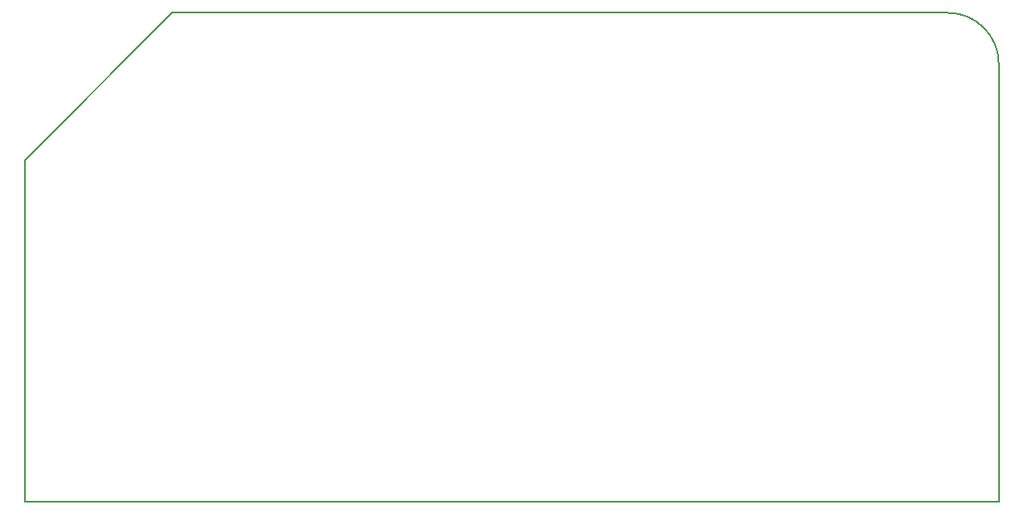
<source format=gbr>
%TF.GenerationSoftware,KiCad,Pcbnew,(5.1.9)-1*%
%TF.CreationDate,2021-02-18T01:59:31-08:00*%
%TF.ProjectId,rc-640k,72632d36-3430-46b2-9e6b-696361645f70,rev?*%
%TF.SameCoordinates,PX9157080PY9071968*%
%TF.FileFunction,Profile,NP*%
%FSLAX46Y46*%
G04 Gerber Fmt 4.6, Leading zero omitted, Abs format (unit mm)*
G04 Created by KiCad (PCBNEW (5.1.9)-1) date 2021-02-18 01:59:31*
%MOMM*%
%LPD*%
G01*
G04 APERTURE LIST*
%TA.AperFunction,Profile*%
%ADD10C,0.150000*%
%TD*%
G04 APERTURE END LIST*
D10*
X15011400Y49860200D02*
X0Y34848800D01*
X93919800Y49860200D02*
X15011400Y49860200D01*
X99101400Y44680200D02*
X99101400Y0D01*
X99099800Y44680200D02*
G75*
G03*
X93919800Y49860200I-5180000J0D01*
G01*
X0Y34848800D02*
X0Y0D01*
X0Y0D02*
X99101400Y0D01*
M02*

</source>
